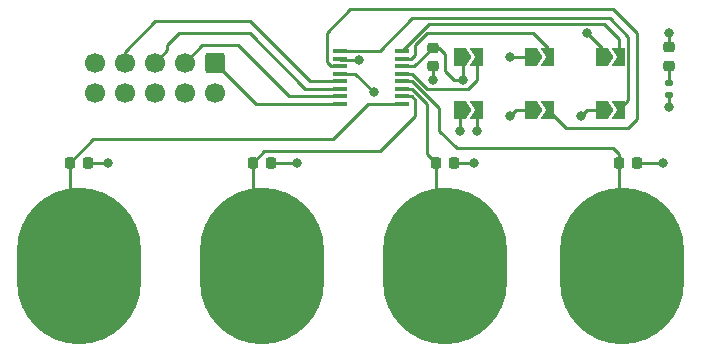
<source format=gbr>
%TF.GenerationSoftware,KiCad,Pcbnew,(6.0.5)*%
%TF.CreationDate,2022-09-01T18:41:32+02:00*%
%TF.ProjectId,4_Touch_Sensor_Board,345f546f-7563-4685-9f53-656e736f725f,rev?*%
%TF.SameCoordinates,Original*%
%TF.FileFunction,Copper,L1,Top*%
%TF.FilePolarity,Positive*%
%FSLAX46Y46*%
G04 Gerber Fmt 4.6, Leading zero omitted, Abs format (unit mm)*
G04 Created by KiCad (PCBNEW (6.0.5)) date 2022-09-01 18:41:32*
%MOMM*%
%LPD*%
G01*
G04 APERTURE LIST*
G04 Aperture macros list*
%AMRoundRect*
0 Rectangle with rounded corners*
0 $1 Rounding radius*
0 $2 $3 $4 $5 $6 $7 $8 $9 X,Y pos of 4 corners*
0 Add a 4 corners polygon primitive as box body*
4,1,4,$2,$3,$4,$5,$6,$7,$8,$9,$2,$3,0*
0 Add four circle primitives for the rounded corners*
1,1,$1+$1,$2,$3*
1,1,$1+$1,$4,$5*
1,1,$1+$1,$6,$7*
1,1,$1+$1,$8,$9*
0 Add four rect primitives between the rounded corners*
20,1,$1+$1,$2,$3,$4,$5,0*
20,1,$1+$1,$4,$5,$6,$7,0*
20,1,$1+$1,$6,$7,$8,$9,0*
20,1,$1+$1,$8,$9,$2,$3,0*%
%AMFreePoly0*
4,1,6,1.000000,0.000000,0.500000,-0.750000,-0.500000,-0.750000,-0.500000,0.750000,0.500000,0.750000,1.000000,0.000000,1.000000,0.000000,$1*%
%AMFreePoly1*
4,1,6,0.500000,-0.750000,-0.650000,-0.750000,-0.150000,0.000000,-0.650000,0.750000,0.500000,0.750000,0.500000,-0.750000,0.500000,-0.750000,$1*%
G04 Aperture macros list end*
%TA.AperFunction,SMDPad,CuDef*%
%ADD10RoundRect,0.225000X-0.225000X-0.250000X0.225000X-0.250000X0.225000X0.250000X-0.225000X0.250000X0*%
%TD*%
%TA.AperFunction,SMDPad,CuDef*%
%ADD11FreePoly0,0.000000*%
%TD*%
%TA.AperFunction,SMDPad,CuDef*%
%ADD12FreePoly1,0.000000*%
%TD*%
%TA.AperFunction,SMDPad,CuDef*%
%ADD13RoundRect,0.135000X0.185000X-0.135000X0.185000X0.135000X-0.185000X0.135000X-0.185000X-0.135000X0*%
%TD*%
%TA.AperFunction,SMDPad,CuDef*%
%ADD14R,1.200000X0.400000*%
%TD*%
%TA.AperFunction,ComponentPad*%
%ADD15RoundRect,0.250000X-0.600000X0.600000X-0.600000X-0.600000X0.600000X-0.600000X0.600000X0.600000X0*%
%TD*%
%TA.AperFunction,ComponentPad*%
%ADD16C,1.700000*%
%TD*%
%TA.AperFunction,SMDPad,CuDef*%
%ADD17O,10.500000X13.250000*%
%TD*%
%TA.AperFunction,SMDPad,CuDef*%
%ADD18RoundRect,0.225000X-0.250000X0.225000X-0.250000X-0.225000X0.250000X-0.225000X0.250000X0.225000X0*%
%TD*%
%TA.AperFunction,SMDPad,CuDef*%
%ADD19RoundRect,0.218750X0.256250X-0.218750X0.256250X0.218750X-0.256250X0.218750X-0.256250X-0.218750X0*%
%TD*%
%TA.AperFunction,ViaPad*%
%ADD20C,0.800000*%
%TD*%
%TA.AperFunction,Conductor*%
%ADD21C,0.250000*%
%TD*%
G04 APERTURE END LIST*
D10*
%TO.P,C2,1*%
%TO.N,Pad_1*%
X102225000Y-64000000D03*
%TO.P,C2,2*%
%TO.N,GND*%
X103775000Y-64000000D03*
%TD*%
D11*
%TO.P,JP6,1,A*%
%TO.N,GND*%
X131775000Y-59500000D03*
D12*
%TO.P,JP6,2,B*%
%TO.N,Net-(JP6-Pad2)*%
X133225000Y-59500000D03*
%TD*%
D11*
%TO.P,JP1,1,A*%
%TO.N,+3V3*%
X119800000Y-55000000D03*
D12*
%TO.P,JP1,2,B*%
%TO.N,Net-(JP1-Pad2)*%
X121250000Y-55000000D03*
%TD*%
D11*
%TO.P,JP2,1,A*%
%TO.N,+3V3*%
X125787500Y-55000000D03*
D12*
%TO.P,JP2,2,B*%
%TO.N,Net-(JP2-Pad2)*%
X127237500Y-55000000D03*
%TD*%
D13*
%TO.P,R1,1*%
%TO.N,GND*%
X137500000Y-58260000D03*
%TO.P,R1,2*%
%TO.N,Net-(D1-Pad1)*%
X137500000Y-57240000D03*
%TD*%
D10*
%TO.P,C4,1*%
%TO.N,Pad_3*%
X133225000Y-64000000D03*
%TO.P,C4,2*%
%TO.N,GND*%
X134775000Y-64000000D03*
%TD*%
%TO.P,C1,1*%
%TO.N,Pad_0*%
X86725000Y-64000000D03*
%TO.P,C1,2*%
%TO.N,GND*%
X88275000Y-64000000D03*
%TD*%
D11*
%TO.P,JP5,1,A*%
%TO.N,GND*%
X125775000Y-59500000D03*
D12*
%TO.P,JP5,2,B*%
%TO.N,Net-(JP5-Pad2)*%
X127225000Y-59500000D03*
%TD*%
D14*
%TO.P,U1,1,TP0*%
%TO.N,Pad_0*%
X114850000Y-58972500D03*
%TO.P,U1,2,TP1*%
%TO.N,Pad_1*%
X114850000Y-58337500D03*
%TO.P,U1,3,TP2*%
%TO.N,Pad_2*%
X114850000Y-57702500D03*
%TO.P,U1,4,TP3*%
%TO.N,Pad_3*%
X114850000Y-57067500D03*
%TO.P,U1,5,AHLB*%
%TO.N,Net-(JP1-Pad2)*%
X114850000Y-56432500D03*
%TO.P,U1,6,VDD*%
%TO.N,+3V3*%
X114850000Y-55797500D03*
%TO.P,U1,7,TOG*%
%TO.N,Net-(JP2-Pad2)*%
X114850000Y-55162500D03*
%TO.P,U1,8,LPMB*%
%TO.N,Net-(JP3-Pad2)*%
X114850000Y-54527500D03*
%TO.P,U1,9,MOT0*%
%TO.N,Net-(JP6-Pad2)*%
X109650000Y-54527500D03*
%TO.P,U1,10,VSS*%
%TO.N,GND*%
X109650000Y-55162500D03*
%TO.P,U1,11,OD*%
%TO.N,Net-(JP5-Pad2)*%
X109650000Y-55797500D03*
%TO.P,U1,12,SM*%
%TO.N,Net-(JP4-Pad2)*%
X109650000Y-56432500D03*
%TO.P,U1,13,TPQ3*%
%TO.N,Out_3*%
X109650000Y-57067500D03*
%TO.P,U1,14,TPQ2*%
%TO.N,Out_2*%
X109650000Y-57702500D03*
%TO.P,U1,15,TPQ1*%
%TO.N,Out_1*%
X109650000Y-58337500D03*
%TO.P,U1,16,TPQ0*%
%TO.N,Out_0*%
X109650000Y-58972500D03*
%TD*%
D15*
%TO.P,J1,1,Pin_1*%
%TO.N,Out_0*%
X99000000Y-55500000D03*
D16*
%TO.P,J1,2,Pin_2*%
%TO.N,GND*%
X99000000Y-58040000D03*
%TO.P,J1,3,Pin_3*%
%TO.N,Out_1*%
X96460000Y-55500000D03*
%TO.P,J1,4,Pin_4*%
%TO.N,GND*%
X96460000Y-58040000D03*
%TO.P,J1,5,Pin_5*%
%TO.N,Out_2*%
X93920000Y-55500000D03*
%TO.P,J1,6,Pin_6*%
%TO.N,GND*%
X93920000Y-58040000D03*
%TO.P,J1,7,Pin_7*%
%TO.N,Out_3*%
X91380000Y-55500000D03*
%TO.P,J1,8,Pin_8*%
%TO.N,GND*%
X91380000Y-58040000D03*
%TO.P,J1,9,Pin_9*%
%TO.N,+3V3*%
X88840000Y-55500000D03*
%TO.P,J1,10,Pin_10*%
%TO.N,GND*%
X88840000Y-58040000D03*
%TD*%
D17*
%TO.P,H2,1,1*%
%TO.N,Pad_1*%
X103000000Y-72750000D03*
%TD*%
D11*
%TO.P,JP3,1,A*%
%TO.N,+3V3*%
X131775000Y-55000000D03*
D12*
%TO.P,JP3,2,B*%
%TO.N,Net-(JP3-Pad2)*%
X133225000Y-55000000D03*
%TD*%
D11*
%TO.P,JP4,1,A*%
%TO.N,GND*%
X119775000Y-59500000D03*
D12*
%TO.P,JP4,2,B*%
%TO.N,Net-(JP4-Pad2)*%
X121225000Y-59500000D03*
%TD*%
D17*
%TO.P,H4,1,1*%
%TO.N,Pad_3*%
X133500000Y-72750000D03*
%TD*%
%TO.P,H1,1,1*%
%TO.N,Pad_0*%
X87500000Y-72750000D03*
%TD*%
D18*
%TO.P,C5,1*%
%TO.N,+3V3*%
X117500000Y-54225000D03*
%TO.P,C5,2*%
%TO.N,GND*%
X117500000Y-55775000D03*
%TD*%
D10*
%TO.P,C3,1*%
%TO.N,Pad_2*%
X117725000Y-64000000D03*
%TO.P,C3,2*%
%TO.N,GND*%
X119275000Y-64000000D03*
%TD*%
D19*
%TO.P,D1,1,K*%
%TO.N,Net-(D1-Pad1)*%
X137500000Y-55787500D03*
%TO.P,D1,2,A*%
%TO.N,+3V3*%
X137500000Y-54212500D03*
%TD*%
D17*
%TO.P,H3,1,1*%
%TO.N,Pad_2*%
X118500000Y-72750000D03*
%TD*%
D20*
%TO.N,GND*%
X119750000Y-61250000D03*
X121000000Y-64000000D03*
X130000000Y-60000000D03*
X111250000Y-55252000D03*
X106000000Y-64000000D03*
X137000000Y-64000000D03*
X137500000Y-59250000D03*
X117500000Y-57000000D03*
X124000000Y-60000000D03*
X90000000Y-64000000D03*
%TO.N,+3V3*%
X120000000Y-57000000D03*
X137500000Y-53000000D03*
X130500000Y-53000000D03*
X124000000Y-55000000D03*
%TO.N,Net-(JP4-Pad2)*%
X121250000Y-61250000D03*
X112500000Y-58000000D03*
%TD*%
D21*
%TO.N,Pad_0*%
X112027500Y-58972500D02*
X109000000Y-62000000D01*
X86725000Y-71975000D02*
X87500000Y-72750000D01*
X88725000Y-62000000D02*
X86725000Y-64000000D01*
X86725000Y-64000000D02*
X86725000Y-71975000D01*
X114850000Y-58972500D02*
X112027500Y-58972500D01*
X109000000Y-62000000D02*
X88725000Y-62000000D01*
%TO.N,GND*%
X130500000Y-59500000D02*
X130000000Y-60000000D01*
X137500000Y-58260000D02*
X137500000Y-59250000D01*
X119750000Y-59525000D02*
X119775000Y-59500000D01*
X117500000Y-55775000D02*
X117500000Y-57000000D01*
X125775000Y-59500000D02*
X124500000Y-59500000D01*
X119275000Y-64000000D02*
X121000000Y-64000000D01*
X124500000Y-59500000D02*
X124000000Y-60000000D01*
X88275000Y-64000000D02*
X90000000Y-64000000D01*
X109739500Y-55252000D02*
X109650000Y-55162500D01*
X103775000Y-64000000D02*
X106000000Y-64000000D01*
X134775000Y-64000000D02*
X137000000Y-64000000D01*
X131775000Y-59500000D02*
X130500000Y-59500000D01*
X119750000Y-61250000D02*
X119750000Y-59525000D01*
X111250000Y-55252000D02*
X109739500Y-55252000D01*
%TO.N,Pad_1*%
X102225000Y-71975000D02*
X103000000Y-72750000D01*
X116000000Y-58637500D02*
X116000000Y-60000000D01*
X103225000Y-63000000D02*
X102225000Y-64000000D01*
X114850000Y-58337500D02*
X115700000Y-58337500D01*
X113000000Y-63000000D02*
X103225000Y-63000000D01*
X115700000Y-58337500D02*
X116000000Y-58637500D01*
X102225000Y-64000000D02*
X102225000Y-71975000D01*
X116000000Y-60000000D02*
X113000000Y-63000000D01*
%TO.N,Pad_2*%
X114850000Y-57702500D02*
X115700717Y-57702500D01*
X117725000Y-64000000D02*
X117725000Y-71975000D01*
X117000000Y-59001783D02*
X117000000Y-63275000D01*
X117000000Y-63275000D02*
X117725000Y-64000000D01*
X117725000Y-71975000D02*
X118500000Y-72750000D01*
X115700717Y-57702500D02*
X117000000Y-59001783D01*
%TO.N,Pad_3*%
X133225000Y-64000000D02*
X133225000Y-71975000D01*
X133225000Y-71975000D02*
X134000000Y-72750000D01*
X114850000Y-57067500D02*
X115701435Y-57067500D01*
X119500000Y-62750000D02*
X132750000Y-62750000D01*
X115701435Y-57067500D02*
X118000000Y-59366065D01*
X118000000Y-59366065D02*
X118000000Y-61250000D01*
X132750000Y-62750000D02*
X133225000Y-63225000D01*
X118000000Y-61250000D02*
X119500000Y-62750000D01*
X133225000Y-63225000D02*
X133225000Y-64000000D01*
%TO.N,+3V3*%
X117975000Y-54225000D02*
X118500000Y-54750000D01*
X119250000Y-57000000D02*
X120000000Y-57000000D01*
X120000000Y-55200000D02*
X119800000Y-55000000D01*
X120000000Y-57000000D02*
X120000000Y-55200000D01*
X118500000Y-56250000D02*
X119250000Y-57000000D01*
X115927500Y-55797500D02*
X117500000Y-54225000D01*
X124000000Y-55000000D02*
X125787500Y-55000000D01*
X117500000Y-54225000D02*
X117975000Y-54225000D01*
X118500000Y-54750000D02*
X118500000Y-56250000D01*
X137500000Y-53000000D02*
X137500000Y-54212500D01*
X131775000Y-54275000D02*
X131775000Y-55000000D01*
X114850000Y-55797500D02*
X115927500Y-55797500D01*
X130500000Y-53000000D02*
X131775000Y-54275000D01*
%TO.N,Net-(D1-Pad1)*%
X137500000Y-55787500D02*
X137500000Y-57240000D01*
%TO.N,Out_0*%
X109650000Y-58972500D02*
X102472500Y-58972500D01*
X102472500Y-58972500D02*
X99000000Y-55500000D01*
%TO.N,Out_1*%
X97960000Y-54000000D02*
X96460000Y-55500000D01*
X109650000Y-58337500D02*
X105337500Y-58337500D01*
X105337500Y-58337500D02*
X101000000Y-54000000D01*
X101000000Y-54000000D02*
X97960000Y-54000000D01*
%TO.N,Out_2*%
X106702500Y-57702500D02*
X102000000Y-53000000D01*
X96000000Y-53000000D02*
X95000000Y-54000000D01*
X102000000Y-53000000D02*
X96000000Y-53000000D01*
X109650000Y-57702500D02*
X106702500Y-57702500D01*
X95000000Y-54000000D02*
X95000000Y-54420000D01*
X95000000Y-54420000D02*
X93920000Y-55500000D01*
%TO.N,Out_3*%
X94000000Y-52000000D02*
X91380000Y-54620000D01*
X102000000Y-52000000D02*
X94000000Y-52000000D01*
X91380000Y-54620000D02*
X91380000Y-55500000D01*
X109650000Y-57067500D02*
X107067500Y-57067500D01*
X107067500Y-57067500D02*
X102000000Y-52000000D01*
%TO.N,Net-(JP1-Pad2)*%
X115702153Y-56432500D02*
X117019653Y-57750000D01*
X121250000Y-57000000D02*
X121250000Y-55000000D01*
X114850000Y-56432500D02*
X115702153Y-56432500D01*
X117019653Y-57750000D02*
X120500000Y-57750000D01*
X120500000Y-57750000D02*
X121250000Y-57000000D01*
%TO.N,Net-(JP2-Pad2)*%
X117013218Y-53000000D02*
X126000000Y-53000000D01*
X116000000Y-54826522D02*
X116000000Y-54013218D01*
X116000000Y-54013218D02*
X117013218Y-53000000D01*
X115664022Y-55162500D02*
X116000000Y-54826522D01*
X114850000Y-55162500D02*
X115664022Y-55162500D01*
X127237500Y-54237500D02*
X127237500Y-55000000D01*
X126000000Y-53000000D02*
X127237500Y-54237500D01*
%TO.N,Net-(JP3-Pad2)*%
X117127500Y-52250000D02*
X132000000Y-52250000D01*
X133225000Y-53475000D02*
X133225000Y-55000000D01*
X114850000Y-54527500D02*
X117127500Y-52250000D01*
X132000000Y-52250000D02*
X133225000Y-53475000D01*
%TO.N,Net-(JP4-Pad2)*%
X121250000Y-61250000D02*
X121250000Y-59525000D01*
X109650000Y-56432500D02*
X110932500Y-56432500D01*
X110932500Y-56432500D02*
X112500000Y-58000000D01*
X121250000Y-59525000D02*
X121225000Y-59500000D01*
%TO.N,Net-(JP5-Pad2)*%
X108500000Y-53000000D02*
X108500000Y-55461522D01*
X132750000Y-51000000D02*
X110500000Y-51000000D01*
X128725000Y-61000000D02*
X134000000Y-61000000D01*
X110500000Y-51000000D02*
X108500000Y-53000000D01*
X108835978Y-55797500D02*
X109650000Y-55797500D01*
X134000000Y-61000000D02*
X134750000Y-60250000D01*
X134750000Y-60250000D02*
X134750000Y-53000000D01*
X127225000Y-59500000D02*
X128725000Y-61000000D01*
X108500000Y-55461522D02*
X108835978Y-55797500D01*
X134750000Y-53000000D02*
X132750000Y-51000000D01*
%TO.N,Net-(JP6-Pad2)*%
X132500000Y-51750000D02*
X134049520Y-53299520D01*
X134049520Y-53299520D02*
X134049520Y-58675480D01*
X109650000Y-54527500D02*
X112972500Y-54527500D01*
X112972500Y-54527500D02*
X115750000Y-51750000D01*
X115750000Y-51750000D02*
X132500000Y-51750000D01*
X134049520Y-58675480D02*
X133225000Y-59500000D01*
%TD*%
M02*

</source>
